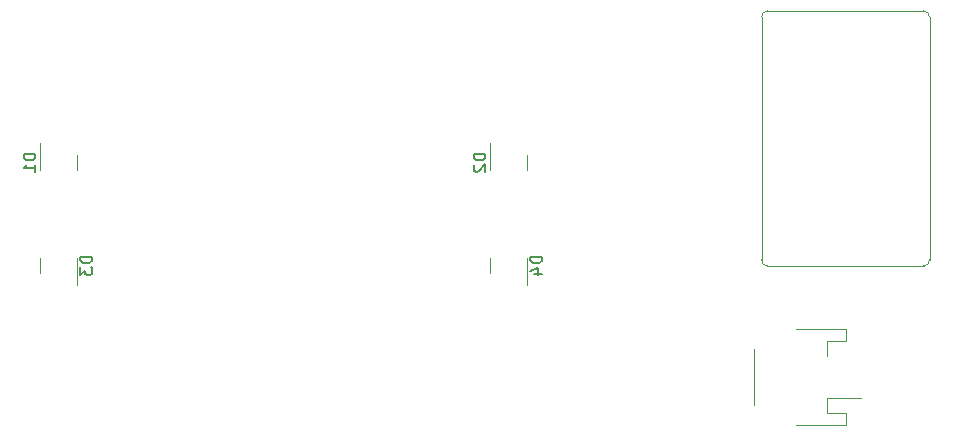
<source format=gbr>
%TF.GenerationSoftware,KiCad,Pcbnew,7.0.7*%
%TF.CreationDate,2023-09-02T22:33:14+10:00*%
%TF.ProjectId,artsey,61727473-6579-42e6-9b69-6361645f7063,rev?*%
%TF.SameCoordinates,Original*%
%TF.FileFunction,Legend,Bot*%
%TF.FilePolarity,Positive*%
%FSLAX46Y46*%
G04 Gerber Fmt 4.6, Leading zero omitted, Abs format (unit mm)*
G04 Created by KiCad (PCBNEW 7.0.7) date 2023-09-02 22:33:14*
%MOMM*%
%LPD*%
G01*
G04 APERTURE LIST*
%ADD10C,0.150000*%
%ADD11C,0.120000*%
%ADD12C,0.100000*%
G04 APERTURE END LIST*
D10*
X85007875Y-47675537D02*
X84007875Y-47675537D01*
X84007875Y-47675537D02*
X84007875Y-47913632D01*
X84007875Y-47913632D02*
X84055494Y-48056489D01*
X84055494Y-48056489D02*
X84150732Y-48151727D01*
X84150732Y-48151727D02*
X84245970Y-48199346D01*
X84245970Y-48199346D02*
X84436446Y-48246965D01*
X84436446Y-48246965D02*
X84579303Y-48246965D01*
X84579303Y-48246965D02*
X84769779Y-48199346D01*
X84769779Y-48199346D02*
X84865017Y-48151727D01*
X84865017Y-48151727D02*
X84960256Y-48056489D01*
X84960256Y-48056489D02*
X85007875Y-47913632D01*
X85007875Y-47913632D02*
X85007875Y-47675537D01*
X84341208Y-49104108D02*
X85007875Y-49104108D01*
X83960256Y-48866013D02*
X84674541Y-48627918D01*
X84674541Y-48627918D02*
X84674541Y-49246965D01*
X46907907Y-47675537D02*
X45907907Y-47675537D01*
X45907907Y-47675537D02*
X45907907Y-47913632D01*
X45907907Y-47913632D02*
X45955526Y-48056489D01*
X45955526Y-48056489D02*
X46050764Y-48151727D01*
X46050764Y-48151727D02*
X46146002Y-48199346D01*
X46146002Y-48199346D02*
X46336478Y-48246965D01*
X46336478Y-48246965D02*
X46479335Y-48246965D01*
X46479335Y-48246965D02*
X46669811Y-48199346D01*
X46669811Y-48199346D02*
X46765049Y-48151727D01*
X46765049Y-48151727D02*
X46860288Y-48056489D01*
X46860288Y-48056489D02*
X46907907Y-47913632D01*
X46907907Y-47913632D02*
X46907907Y-47675537D01*
X45907907Y-48580299D02*
X45907907Y-49199346D01*
X45907907Y-49199346D02*
X46288859Y-48866013D01*
X46288859Y-48866013D02*
X46288859Y-49008870D01*
X46288859Y-49008870D02*
X46336478Y-49104108D01*
X46336478Y-49104108D02*
X46384097Y-49151727D01*
X46384097Y-49151727D02*
X46479335Y-49199346D01*
X46479335Y-49199346D02*
X46717430Y-49199346D01*
X46717430Y-49199346D02*
X46812668Y-49151727D01*
X46812668Y-49151727D02*
X46860288Y-49104108D01*
X46860288Y-49104108D02*
X46907907Y-49008870D01*
X46907907Y-49008870D02*
X46907907Y-48723156D01*
X46907907Y-48723156D02*
X46860288Y-48627918D01*
X46860288Y-48627918D02*
X46812668Y-48580299D01*
X80207875Y-38954449D02*
X79207875Y-38954449D01*
X79207875Y-38954449D02*
X79207875Y-39192544D01*
X79207875Y-39192544D02*
X79255494Y-39335401D01*
X79255494Y-39335401D02*
X79350732Y-39430639D01*
X79350732Y-39430639D02*
X79445970Y-39478258D01*
X79445970Y-39478258D02*
X79636446Y-39525877D01*
X79636446Y-39525877D02*
X79779303Y-39525877D01*
X79779303Y-39525877D02*
X79969779Y-39478258D01*
X79969779Y-39478258D02*
X80065017Y-39430639D01*
X80065017Y-39430639D02*
X80160256Y-39335401D01*
X80160256Y-39335401D02*
X80207875Y-39192544D01*
X80207875Y-39192544D02*
X80207875Y-38954449D01*
X79303113Y-39906830D02*
X79255494Y-39954449D01*
X79255494Y-39954449D02*
X79207875Y-40049687D01*
X79207875Y-40049687D02*
X79207875Y-40287782D01*
X79207875Y-40287782D02*
X79255494Y-40383020D01*
X79255494Y-40383020D02*
X79303113Y-40430639D01*
X79303113Y-40430639D02*
X79398351Y-40478258D01*
X79398351Y-40478258D02*
X79493589Y-40478258D01*
X79493589Y-40478258D02*
X79636446Y-40430639D01*
X79636446Y-40430639D02*
X80207875Y-39859211D01*
X80207875Y-39859211D02*
X80207875Y-40478258D01*
X42107907Y-38954449D02*
X41107907Y-38954449D01*
X41107907Y-38954449D02*
X41107907Y-39192544D01*
X41107907Y-39192544D02*
X41155526Y-39335401D01*
X41155526Y-39335401D02*
X41250764Y-39430639D01*
X41250764Y-39430639D02*
X41346002Y-39478258D01*
X41346002Y-39478258D02*
X41536478Y-39525877D01*
X41536478Y-39525877D02*
X41679335Y-39525877D01*
X41679335Y-39525877D02*
X41869811Y-39478258D01*
X41869811Y-39478258D02*
X41965049Y-39430639D01*
X41965049Y-39430639D02*
X42060288Y-39335401D01*
X42060288Y-39335401D02*
X42107907Y-39192544D01*
X42107907Y-39192544D02*
X42107907Y-38954449D01*
X42107907Y-40478258D02*
X42107907Y-39906830D01*
X42107907Y-40192544D02*
X41107907Y-40192544D01*
X41107907Y-40192544D02*
X41250764Y-40097306D01*
X41250764Y-40097306D02*
X41346002Y-40002068D01*
X41346002Y-40002068D02*
X41393621Y-39906830D01*
D11*
%TO.C,D4*%
X80593056Y-48413632D02*
X80593056Y-49063632D01*
X80593056Y-48413632D02*
X80593056Y-47763632D01*
X83713056Y-48413632D02*
X83713056Y-50088632D01*
X83713056Y-48413632D02*
X83713056Y-47763632D01*
%TO.C,D3*%
X42493088Y-48413632D02*
X42493088Y-49063632D01*
X42493088Y-48413632D02*
X42493088Y-47763632D01*
X45613088Y-48413632D02*
X45613088Y-50088632D01*
X45613088Y-48413632D02*
X45613088Y-47763632D01*
%TO.C,D2*%
X83713056Y-39692544D02*
X83713056Y-39042544D01*
X83713056Y-39692544D02*
X83713056Y-40342544D01*
X80593056Y-39692544D02*
X80593056Y-38017544D01*
X80593056Y-39692544D02*
X80593056Y-40342544D01*
%TO.C,D1*%
X45613088Y-39692544D02*
X45613088Y-39042544D01*
X45613088Y-39692544D02*
X45613088Y-40342544D01*
X42493088Y-39692544D02*
X42493088Y-38017544D01*
X42493088Y-39692544D02*
X42493088Y-40342544D01*
%TO.C,BT2*%
X106491548Y-61912296D02*
X110741548Y-61912296D01*
X110741548Y-61912296D02*
X110741548Y-60892296D01*
X109141548Y-60892296D02*
X109141548Y-59612296D01*
X110741548Y-60892296D02*
X109141548Y-60892296D01*
X102921548Y-60192296D02*
X102921548Y-55512296D01*
X109141548Y-59612296D02*
X112031548Y-59612296D01*
X109141548Y-54812296D02*
X109141548Y-56092296D01*
X110741548Y-54812296D02*
X109141548Y-54812296D01*
X106491548Y-53792296D02*
X110741548Y-53792296D01*
X110741548Y-53792296D02*
X110741548Y-54812296D01*
D12*
%TO.C,U2*%
X117810260Y-47948492D02*
X117810260Y-27358492D01*
X117310260Y-26858492D02*
X104086260Y-26858492D01*
X104086260Y-48448492D02*
X117310260Y-48448492D01*
X103586260Y-27358492D02*
X103586260Y-47948492D01*
X117310260Y-48448492D02*
G75*
G03*
X117810260Y-47948492I-1J500001D01*
G01*
X117810260Y-27358492D02*
G75*
G03*
X117310260Y-26858492I-500001J-1D01*
G01*
X103586260Y-47948492D02*
G75*
G03*
X104086260Y-48448492I500000J0D01*
G01*
X104086260Y-26858492D02*
G75*
G03*
X103586260Y-27358492I0J-500000D01*
G01*
%TD*%
M02*

</source>
